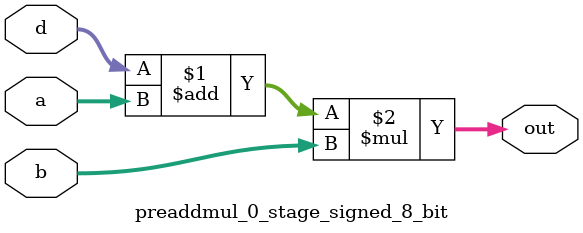
<source format=sv>
(* use_dsp = "yes" *) module preaddmul_0_stage_signed_8_bit(
	input signed [7:0] a,
	input signed [7:0] b,
	input signed [7:0] d,
	output [7:0] out
	);

	assign out = (d + a) * b;
endmodule

</source>
